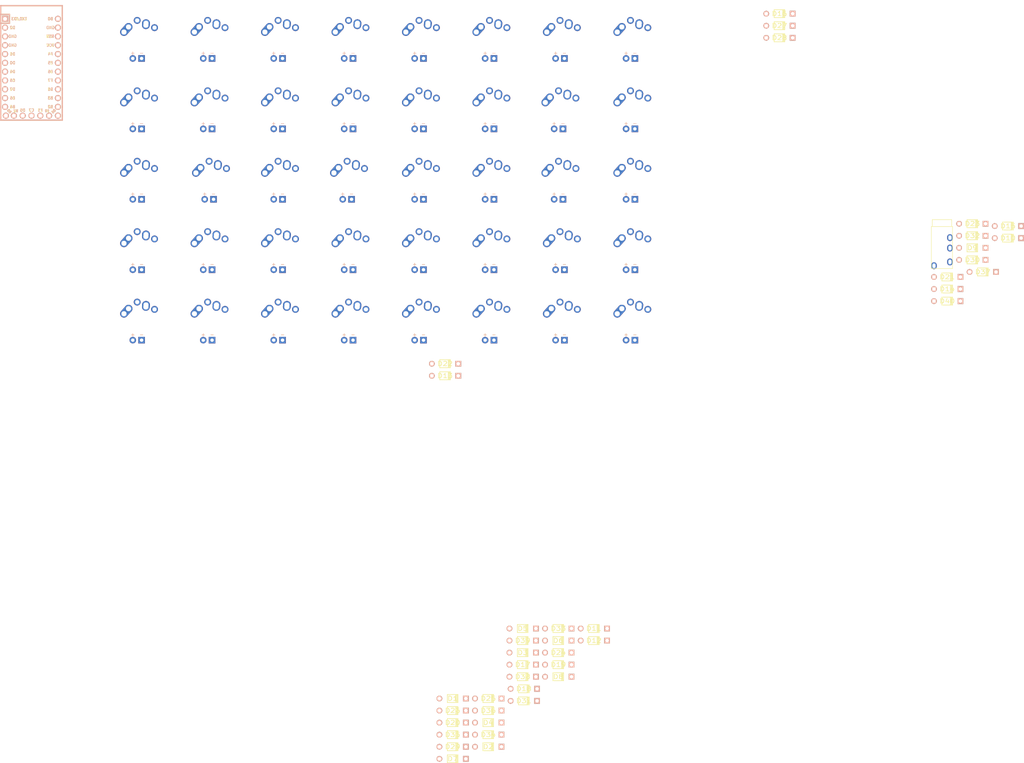
<source format=kicad_pcb>
(kicad_pcb (version 20211014) (generator pcbnew)
  (layers (0 "F.Cu" signal) (31 "B.Cu" signal) (34 "B.Paste" user) (35 "F.Paste" user) (36 "B.SilkS" user "B.Silkscreen") (37 "F.SilkS" user "F.Silkscreen") (38 "B.Mask" user) (39 "F.Mask" user) (44 "Edge.Cuts" user))
  (net 0 "")
  (net 1 "row1")
  (net 2 "Net-(D1-Pad2)")
  (net 3 "row2")
  (net 4 "Net-(D2-Pad2)")
  (net 5 "row3")
  (net 6 "Net-(D3-Pad2)")
  (net 7 "row4")
  (net 8 "Net-(D4-Pad2)")
  (net 9 "row5")
  (net 10 "Net-(D5-Pad2)")
  (net 11 "Net-(D6-Pad2)")
  (net 12 "Net-(D7-Pad2)")
  (net 13 "Net-(D8-Pad2)")
  (net 14 "Net-(D9-Pad2)")
  (net 15 "Net-(D10-Pad2)")
  (net 16 "Net-(D11-Pad2)")
  (net 17 "Net-(D12-Pad2)")
  (net 18 "Net-(D13-Pad2)")
  (net 19 "Net-(D14-Pad2)")
  (net 20 "Net-(D15-Pad2)")
  (net 21 "Net-(D16-Pad2)")
  (net 22 "Net-(D17-Pad2)")
  (net 23 "Net-(D18-Pad2)")
  (net 24 "Net-(D19-Pad2)")
  (net 25 "Net-(D20-Pad2)")
  (net 26 "Net-(D21-Pad2)")
  (net 27 "Net-(D22-Pad2)")
  (net 28 "Net-(D23-Pad2)")
  (net 29 "Net-(D24-Pad2)")
  (net 30 "Net-(D25-Pad2)")
  (net 31 "Net-(D26-Pad2)")
  (net 32 "Net-(D27-Pad2)")
  (net 33 "Net-(D28-Pad2)")
  (net 34 "Net-(D29-Pad2)")
  (net 35 "Net-(D30-Pad2)")
  (net 36 "Net-(D31-Pad2)")
  (net 37 "Net-(D32-Pad2)")
  (net 38 "Net-(D33-Pad2)")
  (net 39 "Net-(D34-Pad2)")
  (net 40 "Net-(D35-Pad2)")
  (net 41 "Net-(D36-Pad2)")
  (net 42 "Net-(D37-Pad2)")
  (net 43 "Net-(D38-Pad2)")
  (net 44 "Net-(D39-Pad2)")
  (net 45 "Net-(D40-Pad2)")
  (net 46 "col1")
  (net 47 "col2")
  (net 48 "col3")
  (net 49 "col4")
  (net 50 "col5")
  (net 51 "col6")
  (net 52 "col7")
  (net 53 "col8")
  (net 56 "GND")
  (net 60 "VCC")
  (footprint "keebio:Diode" (layer "F.Cu") (at 223.1355 225.4446)
    (fp_text reference "D11")
    (fp_text value "1N4148" hide)
  )
  (footprint "keebio:Diode" (layer "F.Cu") (at 192.6655 259.5646)
    (fp_text reference "D2")
    (fp_text value "1N4148" hide)
  )
  (footprint "keebio:MX-Alps-Choc-1U" (layer "F.Cu") (at 172.72 96.52)
    (fp_text reference "SW21")
    (fp_text value "MX")
  )
  (footprint "keebio:MX-Alps-Choc-1U" (layer "F.Cu") (at 91.44 55.88)
    (fp_text reference "SW1")
    (fp_text value "MX")
  )
  (footprint "keebio:MX-Alps-Choc-1U" (layer "F.Cu") (at 132.08 137.16)
    (fp_text reference "SW35")
    (fp_text value "MX")
  )
  (footprint "keebio:MX-Alps-Choc-1U" (layer "F.Cu") (at 213.36 116.84)
    (fp_text reference "SW31")
    (fp_text value "MX")
  )
  (footprint "keebio:MX-Alps-Choc-1U" (layer "F.Cu") (at 152.4 137.16)
    (fp_text reference "SW36")
    (fp_text value "MX")
  )
  (footprint "keebio:Elite-C" (layer "F.Cu") (at 60.96 63.5 -90)
    (fp_text reference "U1" hide)
    (fp_text value "Elite-C" hide)
  )
  (footprint "keebio:MX-Alps-Choc-1U" (layer "F.Cu") (at 91.44 96.52)
    (fp_text reference "SW17")
    (fp_text value "MX")
  )
  (footprint "keebio:MX-Alps-Choc-1U" (layer "F.Cu") (at 193.04 55.88)
    (fp_text reference "SW6")
    (fp_text value "MX")
  )
  (footprint "keebio:Diode" (layer "F.Cu") (at 202.5955 235.8846)
    (fp_text reference "D17")
    (fp_text value "1N4148" hide)
  )
  (footprint "keebio:Diode" (layer "F.Cu") (at 342.53 109.3241)
    (fp_text reference "D15")
    (fp_text value "1N4148" hide)
  )
  (footprint "keebio:Diode" (layer "F.Cu") (at 202.5955 225.4446)
    (fp_text reference "D5")
    (fp_text value "1N4148" hide)
  )
  (footprint "keebio:Diode" (layer "F.Cu") (at 182.3955 259.5646)
    (fp_text reference "D29")
    (fp_text value "1N4148" hide)
  )
  (footprint "keebio:MX-Alps-Choc-1U" (layer "F.Cu") (at 172.72 137.16)
    (fp_text reference "SW37")
    (fp_text value "MX")
  )
  (footprint "keebio:MX-Alps-Choc-1U" (layer "F.Cu") (at 233.68 96.52)
    (fp_text reference "SW24")
    (fp_text value "MX")
  )
  (footprint "keebio:Diode" (layer "F.Cu") (at 202.5955 228.9246)
    (fp_text reference "D39")
    (fp_text value "1N4148" hide)
  )
  (footprint "keebio:Diode" (layer "F.Cu") (at 332.26 119.0841)
    (fp_text reference "D30")
    (fp_text value "1N4148" hide)
  )
  (footprint "keebio:Diode" (layer "F.Cu") (at 182.3955 245.6446)
    (fp_text reference "D1")
    (fp_text value "1N4148" hide)
  )
  (footprint "keebio:Diode" (layer "F.Cu") (at 212.8655 228.9246)
    (fp_text reference "D6")
    (fp_text value "1N4148" hide)
  )
  (footprint "keebio:MX-Alps-Choc-1U" (layer "F.Cu") (at 111.76 55.88)
    (fp_text reference "SW2")
    (fp_text value "MX")
  )
  (footprint "keebio:Diode" (layer "F.Cu") (at 276.6415 55.0041)
    (fp_text reference "D28")
    (fp_text value "1N4148" hide)
  )
  (footprint "keebio:MX-Alps-Choc-1U" (layer "F.Cu") (at 172.72 76.2)
    (fp_text reference "SW13")
    (fp_text value "MX")
  )
  (footprint "keebio:Diode" (layer "F.Cu") (at 182.3955 249.1246)
    (fp_text reference "D26")
    (fp_text value "1N4148" hide)
  )
  (footprint "keebio:Diode" (layer "F.Cu") (at 202.5955 239.3646)
    (fp_text reference "D38")
    (fp_text value "1N4148" hide)
  )
  (footprint "keebio:Diode" (layer "F.Cu") (at 202.9355 246.3246)
    (fp_text reference "D31")
    (fp_text value "1N4148" hide)
  )
  (footprint "keebio:Diode" (layer "F.Cu") (at 192.6655 249.1246)
    (fp_text reference "D36")
    (fp_text value "1N4148" hide)
  )
  (footprint "keebio:Diode" (layer "F.Cu") (at 212.8655 239.3646)
    (fp_text reference "D8")
    (fp_text value "1N4148" hide)
  )
  (footprint "keebio:MX-Alps-Choc-1U" (layer "F.Cu") (at 193.04 137.16)
    (fp_text reference "SW38")
    (fp_text value "MX")
  )
  (footprint "keebio:MX-Alps-Choc-1U" (layer "F.Cu") (at 152.4 116.84)
    (fp_text reference "SW28")
    (fp_text value "MX")
  )
  (footprint "keebio:Diode" (layer "F.Cu") (at 182.3955 256.0846)
    (fp_text reference "D35")
    (fp_text value "1N4148" hide)
  )
  (footprint "keebio:MX-Alps-Choc-1U" (layer "F.Cu") (at 193.04 76.2)
    (fp_text reference "SW14")
    (fp_text value "MX")
  )
  (footprint "keebio:MX-Alps-Choc-1U" (layer "F.Cu") (at 193.04 96.52)
    (fp_text reference "SW22")
    (fp_text value "MX")
  )
  (footprint "keebio:Diode" (layer "F.Cu") (at 276.6415 48.0441)
    (fp_text reference "D16")
    (fp_text value "1N4148" hide)
  )
  (footprint "keebio:Diode" (layer "F.Cu") (at 212.8655 235.8846)
    (fp_text reference "D19")
    (fp_text value "1N4148" hide)
  )
  (footprint "keebio:MX-Alps-Choc-1U" (layer "F.Cu") (at 212.94 96.52)
    (fp_text reference "SW23")
    (fp_text value "MX")
  )
  (footprint "keebio:Diode" (layer "F.Cu") (at 223.1355 228.9246)
    (fp_text reference "D12")
    (fp_text value "1N4148" hide)
  )
  (footprint "keebio:Diode" (layer "F.Cu") (at 212.8655 232.4046)
    (fp_text reference "D24")
    (fp_text value "1N4148" hide)
  )
  (footprint "keebio:MX-Alps-Choc-1U" (layer "F.Cu") (at 132.08 116.84)
    (fp_text reference "SW27")
    (fp_text value "MX")
  )
  (footprint "keebio:MX-Alps-Choc-1U" (layer "F.Cu") (at 132.08 55.88)
    (fp_text reference "SW3")
    (fp_text value "MX")
  )
  (footprint "keebio:MX-Alps-Choc-1U" (layer "F.Cu") (at 172.72 116.84)
    (fp_text reference "SW29")
    (fp_text value "MX")
  )
  (footprint "keebio:MX-Alps-Choc-1U" (layer "F.Cu") (at 152.4 55.88)
    (fp_text reference "SW4")
    (fp_text value "MX")
  )
  (footprint "keebio:Diode" (layer "F.Cu") (at 332.26 115.6041)
    (fp_text reference "D9")
    (fp_text value "1N4148" hide)
  )
  (footprint "keebio:Diode" (layer "F.Cu") (at 335.28 122.5641)
    (fp_text reference "D37")
    (fp_text value "1N4148" hide)
  )
  (footprint "keebio:Diode" (layer "F.Cu") (at 342.53 112.8041)
    (fp_text reference "D10")
    (fp_text value "1N4148" hide)
  )
  (footprint "keebio:MX-Alps-Choc-1U" (layer "F.Cu") (at 111.76 116.84)
    (fp_text reference "SW26")
    (fp_text value "MX")
  )
  (footprint "keebio:MX-Alps-Choc-1U" (layer "F.Cu") (at 152.4 76.2)
    (fp_text reference "SW12")
    (fp_text value "MX")
  )
  (footprint "keebio:TRRS-PJ-320A" (layer "F.Cu") (at 323.4995 109.4745)
    (fp_text reference "U2")
    (fp_text value "TRRS")
  )
  (footprint "keebio:MX-Alps-Choc-1U" (layer "F.Cu") (at 111.76 137.16)
    (fp_text reference "SW34")
    (fp_text value "MX")
  )
  (footprint "keebio:MX-Alps-Choc-1U" (layer "F.Cu") (at 172.72 55.88)
    (fp_text reference "SW5")
    (fp_text value "MX")
  )
  (footprint "keebio:MX-Alps-Choc-1U" (layer "F.Cu") (at 212.94 76.2)
    (fp_text reference "SW15")
    (fp_text value "MX")
  )
  (footprint "keebio:MX-Alps-Choc-1U" (layer "F.Cu") (at 233.68 137.16)
    (fp_text reference "SW40")
    (fp_text value "MX")
  )
  (footprint "keebio:Diode" (layer "F.Cu") (at 202.9355 242.8446)
    (fp_text reference "D18")
    (fp_text value "1N4148" hide)
  )
  (footprint "keebio:Diode" (layer "F.Cu") (at 180.2115 152.5241)
    (fp_text reference "D13")
    (fp_text value "1N4148" hide)
  )
  (footprint "keebio:MX-Alps-Choc-1U" (layer "F.Cu") (at 213.36 55.88)
    (fp_text reference "SW7")
    (fp_text value "MX")
  )
  (footprint "keebio:MX-Alps-Choc-1U" (layer "F.Cu") (at 112.18 96.52)
    (fp_text reference "SW18")
    (fp_text value "MX")
  )
  (footprint "keebio:Diode" (layer "F.Cu") (at 325.01 130.9741)
    (fp_text reference "D40")
    (fp_text value "1N4148" hide)
  )
  (footprint "keebio:MX-Alps-Choc-1U" (layer "F.Cu") (at 193.04 116.84)
    (fp_text reference "SW30")
    (fp_text value "MX")
  )
  (footprint "keebio:Diode" (layer "F.Cu") (at 202.5955 232.4046)
    (fp_text reference "D3")
    (fp_text value "1N4148" hide)
  )
  (footprint "keebio:MX-Alps-Choc-1U" (layer "F.Cu") (at 91.44 116.84)
    (fp_text reference "SW25")
    (fp_text value "MX")
  )
  (footprint "keebio:Diode" (layer "F.Cu") (at 182.3955 263.0446)
    (fp_text reference "D7")
    (fp_text value "1N4148" hide)
  )
  (footprint "keebio:Diode" (layer "F.Cu") (at 192.6655 252.6046)
    (fp_text reference "D4")
    (fp_text value "1N4148" hide)
  )
  (footprint "keebio:MX-Alps-Choc-1U" (layer "F.Cu") (at 213.36 137.16)
    (fp_text reference "SW39")
    (fp_text value "MX")
  )
  (footprint "keebio:Diode" (layer "F.Cu") (at 325.01 127.4941)
    (fp_text reference "D14")
    (fp_text value "1N4148" hide)
  )
  (footprint "keebio:Diode" (layer "F.Cu") (at 212.8655 225.4446)
    (fp_text reference "D33")
    (fp_text value "1N4148" hide)
  )
  (footprint "keebio:Diode" (layer "F.Cu") (at 192.6655 256.0846)
    (fp_text reference "D34")
    (fp_text value "1N4148" hide)
  )
  (footprint "keebio:MX-Alps-Choc-1U" (layer "F.Cu") (at 233.68 116.84)
    (fp_text reference "SW32")
    (fp_text value "MX")
  )
  (footprint "keebio:MX-Alps-Choc-1U" (layer "F.Cu") (at 233.68 55.88)
    (fp_text reference "SW8")
    (fp_text value "MX")
  )
  (footprint "keebio:MX-Alps-Choc-1U" (layer "F.Cu") (at 91.44 76.2)
    (fp_text reference "SW9")
    (fp_text value "MX")
  )
  (footprint "keebio:MX-Alps-Choc-1U" (layer "F.Cu") (at 151.98 96.52)
    (fp_text reference "SW20")
    (fp_text value "MX")
  )
  (footprint "keebio:Diode" (layer "F.Cu") (at 180.2115 149.0441)
    (fp_text reference "D22")
    (fp_text value "1N4148" hide)
  )
  (footprint "keebio:Diode" (layer "F.Cu") (at 192.6655 245.6446)
    (fp_text reference "D25")
    (fp_text value "1N4148" hide)
  )
  (footprint "keebio:MX-Alps-Choc-1U" (layer "F.Cu") (at 132.08 76.2)
    (fp_text reference "SW11")
    (fp_text value "MX")
  )
  (footprint "keebio:MX-Alps-Choc-1U" (layer "F.Cu") (at 91.44 137.16)
    (fp_text reference "SW33")
    (fp_text value "MX")
  )
  (footprint "keebio:MX-Alps-Choc-1U" (layer "F.Cu") (at 111.76 76.2)
    (fp_text reference "SW10")
    (fp_text value "MX")
  )
  (footprint "keebio:Diode" (layer "F.Cu") (at 332.26 108.6441)
    (fp_text reference "D23")
    (fp_text value "1N4148" hide)
  )
  (footprint "keebio:MX-Alps-Choc-1U" (layer "F.Cu") (at 233.68 76.2)
    (fp_text reference "SW16")
    (fp_text value "MX")
  )
  (footprint "keebio:Diode" (layer "F.Cu") (at 276.6415 51.5241)
    (fp_text reference "D27")
    (fp_text value "1N4148" hide)
  )
  (footprint "keebio:Diode" (layer "F.Cu") (at 325.01 124.0141)
    (fp_text reference "D21")
    (fp_text value "1N4148" hide)
  )
  (footprint "keebio:MX-Alps-Choc-1U" (layer "F.Cu") (at 132.08 96.52)
    (fp_text reference "SW19")
    (fp_text value "MX")
  )
  (footprint "keebio:Diode" (layer "F.Cu") (at 182.3955 252.6046)
    (fp_text reference "D20")
    (fp_text value "1N4148" hide)
  )
  (footprint "keebio:Diode" (layer "F.Cu") (at 332.26 112.1241)
    (fp_text reference "D32")
    (fp_text value "1N4148" hide)
  )
)
</source>
